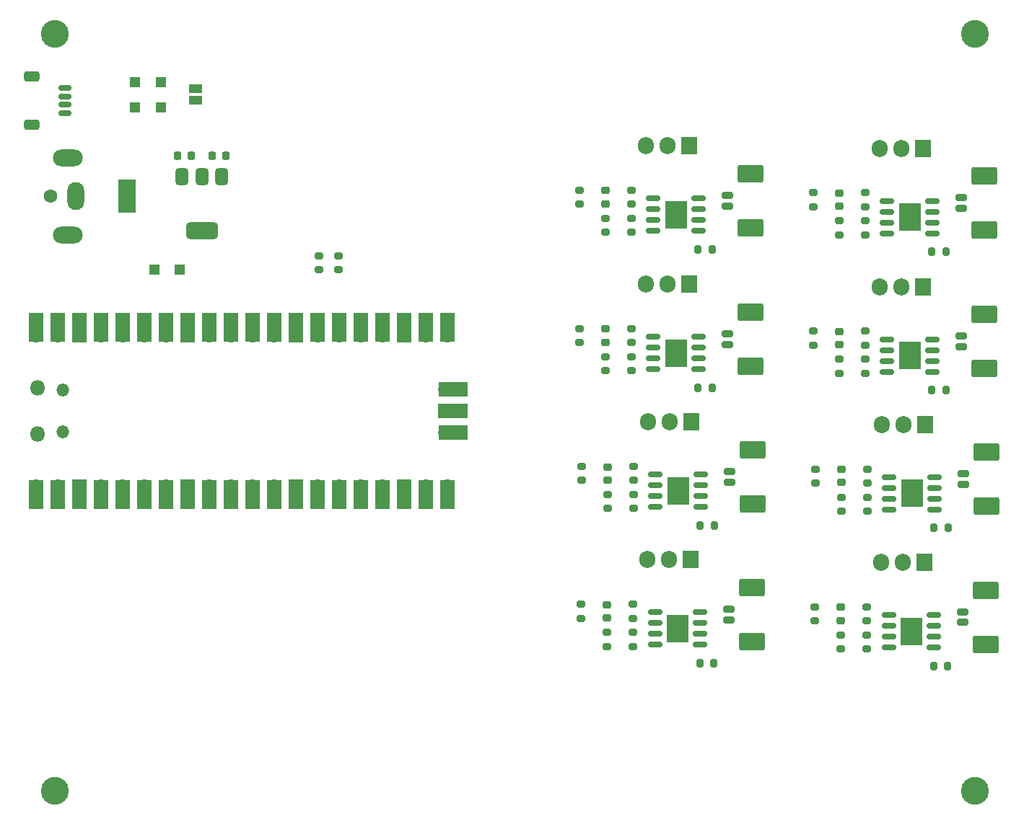
<source format=gts>
G04 #@! TF.GenerationSoftware,KiCad,Pcbnew,8.0.2-1*
G04 #@! TF.CreationDate,2024-09-04T16:21:55-07:00*
G04 #@! TF.ProjectId,laserBoxNew,6c617365-7242-46f7-984e-65772e6b6963,v01*
G04 #@! TF.SameCoordinates,Original*
G04 #@! TF.FileFunction,Soldermask,Top*
G04 #@! TF.FilePolarity,Negative*
%FSLAX46Y46*%
G04 Gerber Fmt 4.6, Leading zero omitted, Abs format (unit mm)*
G04 Created by KiCad (PCBNEW 8.0.2-1) date 2024-09-04 16:21:55*
%MOMM*%
%LPD*%
G01*
G04 APERTURE LIST*
G04 Aperture macros list*
%AMRoundRect*
0 Rectangle with rounded corners*
0 $1 Rounding radius*
0 $2 $3 $4 $5 $6 $7 $8 $9 X,Y pos of 4 corners*
0 Add a 4 corners polygon primitive as box body*
4,1,4,$2,$3,$4,$5,$6,$7,$8,$9,$2,$3,0*
0 Add four circle primitives for the rounded corners*
1,1,$1+$1,$2,$3*
1,1,$1+$1,$4,$5*
1,1,$1+$1,$6,$7*
1,1,$1+$1,$8,$9*
0 Add four rect primitives between the rounded corners*
20,1,$1+$1,$2,$3,$4,$5,0*
20,1,$1+$1,$4,$5,$6,$7,0*
20,1,$1+$1,$6,$7,$8,$9,0*
20,1,$1+$1,$8,$9,$2,$3,0*%
G04 Aperture macros list end*
%ADD10C,3.263900*%
%ADD11RoundRect,0.200000X-0.275000X0.200000X-0.275000X-0.200000X0.275000X-0.200000X0.275000X0.200000X0*%
%ADD12RoundRect,0.200000X0.275000X-0.200000X0.275000X0.200000X-0.275000X0.200000X-0.275000X-0.200000X0*%
%ADD13O,1.800000X1.800000*%
%ADD14O,1.500000X1.500000*%
%ADD15O,1.700000X1.700000*%
%ADD16R,1.700000X3.500000*%
%ADD17R,1.700000X1.700000*%
%ADD18R,3.500000X1.700000*%
%ADD19RoundRect,0.150000X-0.662500X-0.150000X0.662500X-0.150000X0.662500X0.150000X-0.662500X0.150000X0*%
%ADD20R,2.514000X3.200000*%
%ADD21RoundRect,0.225000X0.250000X-0.225000X0.250000X0.225000X-0.250000X0.225000X-0.250000X-0.225000X0*%
%ADD22RoundRect,0.200000X0.450000X-0.200000X0.450000X0.200000X-0.450000X0.200000X-0.450000X-0.200000X0*%
%ADD23RoundRect,0.250001X1.249999X-0.799999X1.249999X0.799999X-1.249999X0.799999X-1.249999X-0.799999X0*%
%ADD24R,1.905000X2.000000*%
%ADD25O,1.905000X2.000000*%
%ADD26RoundRect,0.200000X0.200000X0.275000X-0.200000X0.275000X-0.200000X-0.275000X0.200000X-0.275000X0*%
%ADD27R,1.250000X1.220000*%
%ADD28R,1.220000X1.250000*%
%ADD29RoundRect,0.225000X-0.225000X-0.250000X0.225000X-0.250000X0.225000X0.250000X-0.225000X0.250000X0*%
%ADD30RoundRect,0.150000X-0.625000X0.150000X-0.625000X-0.150000X0.625000X-0.150000X0.625000X0.150000X0*%
%ADD31RoundRect,0.250000X-0.650000X0.350000X-0.650000X-0.350000X0.650000X-0.350000X0.650000X0.350000X0*%
%ADD32RoundRect,0.375000X-0.375000X0.625000X-0.375000X-0.625000X0.375000X-0.625000X0.375000X0.625000X0*%
%ADD33RoundRect,0.500000X-1.400000X0.500000X-1.400000X-0.500000X1.400000X-0.500000X1.400000X0.500000X0*%
%ADD34R,1.500000X1.000000*%
%ADD35C,1.600000*%
%ADD36R,2.000000X4.000000*%
%ADD37O,2.000000X3.300000*%
%ADD38O,3.500000X2.000000*%
G04 APERTURE END LIST*
D10*
X82804000Y-37592000D03*
X82804000Y-126492000D03*
X190754000Y-126492000D03*
X190754000Y-37592000D03*
D11*
X178193500Y-92034500D03*
X178193500Y-93684500D03*
D12*
X174891500Y-77504500D03*
X174891500Y-75854500D03*
D11*
X150683000Y-107928000D03*
X150683000Y-109578000D03*
D13*
X80775000Y-84640000D03*
D14*
X83805000Y-84340000D03*
X83805000Y-79490000D03*
D13*
X80775000Y-79190000D03*
D15*
X80645000Y-90805000D03*
D16*
X80645000Y-91705000D03*
D15*
X83185000Y-90805000D03*
D16*
X83185000Y-91705000D03*
D17*
X85725000Y-90805000D03*
D16*
X85725000Y-91705000D03*
D15*
X88265000Y-90805000D03*
D16*
X88265000Y-91705000D03*
D15*
X90805000Y-90805000D03*
D16*
X90805000Y-91705000D03*
D15*
X93345000Y-90805000D03*
D16*
X93345000Y-91705000D03*
D15*
X95885000Y-90805000D03*
D16*
X95885000Y-91705000D03*
D17*
X98425000Y-90805000D03*
D16*
X98425000Y-91705000D03*
D15*
X100965000Y-90805000D03*
D16*
X100965000Y-91705000D03*
D15*
X103505000Y-90805000D03*
D16*
X103505000Y-91705000D03*
D15*
X106045000Y-90805000D03*
D16*
X106045000Y-91705000D03*
D15*
X108585000Y-90805000D03*
D16*
X108585000Y-91705000D03*
D17*
X111125000Y-90805000D03*
D16*
X111125000Y-91705000D03*
D15*
X113665000Y-90805000D03*
D16*
X113665000Y-91705000D03*
D15*
X116205000Y-90805000D03*
D16*
X116205000Y-91705000D03*
D15*
X118745000Y-90805000D03*
D16*
X118745000Y-91705000D03*
D15*
X121285000Y-90805000D03*
D16*
X121285000Y-91705000D03*
D17*
X123825000Y-90805000D03*
D16*
X123825000Y-91705000D03*
D15*
X126365000Y-90805000D03*
D16*
X126365000Y-91705000D03*
D15*
X128905000Y-90805000D03*
D16*
X128905000Y-91705000D03*
D15*
X128905000Y-73025000D03*
D16*
X128905000Y-72125000D03*
D15*
X126365000Y-73025000D03*
D16*
X126365000Y-72125000D03*
D17*
X123825000Y-73025000D03*
D16*
X123825000Y-72125000D03*
D15*
X121285000Y-73025000D03*
D16*
X121285000Y-72125000D03*
D15*
X118745000Y-73025000D03*
D16*
X118745000Y-72125000D03*
D15*
X116205000Y-73025000D03*
D16*
X116205000Y-72125000D03*
D15*
X113665000Y-73025000D03*
D16*
X113665000Y-72125000D03*
D17*
X111125000Y-73025000D03*
D16*
X111125000Y-72125000D03*
D15*
X108585000Y-73025000D03*
D16*
X108585000Y-72125000D03*
D15*
X106045000Y-73025000D03*
D16*
X106045000Y-72125000D03*
D15*
X103505000Y-73025000D03*
D16*
X103505000Y-72125000D03*
D15*
X100965000Y-73025000D03*
D16*
X100965000Y-72125000D03*
D17*
X98425000Y-73025000D03*
D16*
X98425000Y-72125000D03*
D15*
X95885000Y-73025000D03*
D16*
X95885000Y-72125000D03*
D15*
X93345000Y-73025000D03*
D16*
X93345000Y-72125000D03*
D15*
X90805000Y-73025000D03*
D16*
X90805000Y-72125000D03*
D15*
X88265000Y-73025000D03*
D16*
X88265000Y-72125000D03*
D17*
X85725000Y-73025000D03*
D16*
X85725000Y-72125000D03*
D15*
X83185000Y-73025000D03*
D16*
X83185000Y-72125000D03*
D15*
X80645000Y-73025000D03*
D16*
X80645000Y-72125000D03*
D15*
X128675000Y-84455000D03*
D18*
X129575000Y-84455000D03*
D17*
X128675000Y-81915000D03*
D18*
X129575000Y-81915000D03*
D15*
X128675000Y-79375000D03*
D18*
X129575000Y-79375000D03*
D12*
X147452000Y-60950000D03*
X147452000Y-59300000D03*
D19*
X180687000Y-105876500D03*
X180687000Y-107146500D03*
X180687000Y-108416500D03*
X180687000Y-109686500D03*
X185962000Y-109686500D03*
X185962000Y-108416500D03*
X185962000Y-107146500D03*
X185962000Y-105876500D03*
D20*
X183324500Y-107781500D03*
D11*
X144658000Y-88434000D03*
X144658000Y-90084000D03*
D21*
X175074500Y-106524500D03*
X175074500Y-104974500D03*
D22*
X189160000Y-74383500D03*
X189160000Y-73133500D03*
D23*
X191910000Y-76933500D03*
X191910000Y-70583500D03*
D24*
X184665500Y-51063500D03*
D25*
X182125500Y-51063500D03*
X179585500Y-51063500D03*
D11*
X172097500Y-88732500D03*
X172097500Y-90382500D03*
D12*
X178122500Y-106574500D03*
X178122500Y-104924500D03*
D24*
X184665500Y-67319500D03*
D25*
X182125500Y-67319500D03*
X179585500Y-67319500D03*
D12*
X175145500Y-93684500D03*
X175145500Y-92034500D03*
D11*
X144404000Y-72254000D03*
X144404000Y-73904000D03*
D21*
X174891500Y-74152500D03*
X174891500Y-72602500D03*
D26*
X187583500Y-111845500D03*
X185933500Y-111845500D03*
D24*
X157480000Y-83201000D03*
D25*
X154940000Y-83201000D03*
X152400000Y-83201000D03*
D11*
X150754000Y-91736000D03*
X150754000Y-93386000D03*
D27*
X94537000Y-65278000D03*
X97487000Y-65278000D03*
D19*
X180504000Y-57248500D03*
X180504000Y-58518500D03*
X180504000Y-59788500D03*
X180504000Y-61058500D03*
X185779000Y-61058500D03*
X185779000Y-59788500D03*
X185779000Y-58518500D03*
X185779000Y-57248500D03*
D20*
X183141500Y-59153500D03*
D19*
X153064500Y-56950000D03*
X153064500Y-58220000D03*
X153064500Y-59490000D03*
X153064500Y-60760000D03*
X158339500Y-60760000D03*
X158339500Y-59490000D03*
X158339500Y-58220000D03*
X158339500Y-56950000D03*
D20*
X155702000Y-58855000D03*
D24*
X184848500Y-99691500D03*
D25*
X182308500Y-99691500D03*
X179768500Y-99691500D03*
D12*
X150754000Y-90084000D03*
X150754000Y-88434000D03*
D28*
X95250000Y-43278000D03*
X95250000Y-46228000D03*
D29*
X101333000Y-51968000D03*
X102883000Y-51968000D03*
D26*
X187654500Y-95653500D03*
X186004500Y-95653500D03*
D11*
X113792000Y-63691000D03*
X113792000Y-65341000D03*
D12*
X147706000Y-93386000D03*
X147706000Y-91736000D03*
D29*
X97256000Y-51968000D03*
X98806000Y-51968000D03*
D24*
X184919500Y-83499500D03*
D25*
X182379500Y-83499500D03*
X179839500Y-83499500D03*
D19*
X153318500Y-89386000D03*
X153318500Y-90656000D03*
X153318500Y-91926000D03*
X153318500Y-93196000D03*
X158593500Y-93196000D03*
X158593500Y-91926000D03*
X158593500Y-90656000D03*
X158593500Y-89386000D03*
D20*
X155956000Y-91291000D03*
D12*
X175074500Y-109876500D03*
X175074500Y-108226500D03*
X174891500Y-61248500D03*
X174891500Y-59598500D03*
D30*
X84042000Y-43966000D03*
X84042000Y-44966000D03*
X84042000Y-45966000D03*
X84042000Y-46966000D03*
D31*
X80167000Y-42666000D03*
X80167000Y-48266000D03*
D21*
X147452000Y-57598000D03*
X147452000Y-56048000D03*
D11*
X144404000Y-55998000D03*
X144404000Y-57648000D03*
D28*
X92202000Y-43278000D03*
X92202000Y-46228000D03*
D19*
X180758000Y-89684500D03*
X180758000Y-90954500D03*
X180758000Y-92224500D03*
X180758000Y-93494500D03*
X186033000Y-93494500D03*
X186033000Y-92224500D03*
X186033000Y-90954500D03*
X186033000Y-89684500D03*
D20*
X183395500Y-91589500D03*
D21*
X147452000Y-73854000D03*
X147452000Y-72304000D03*
D26*
X187400500Y-79473500D03*
X185750500Y-79473500D03*
D12*
X178193500Y-90382500D03*
X178193500Y-88732500D03*
D11*
X150500000Y-59300000D03*
X150500000Y-60950000D03*
X171843500Y-72552500D03*
X171843500Y-74202500D03*
D19*
X153247500Y-105578000D03*
X153247500Y-106848000D03*
X153247500Y-108118000D03*
X153247500Y-109388000D03*
X158522500Y-109388000D03*
X158522500Y-108118000D03*
X158522500Y-106848000D03*
X158522500Y-105578000D03*
D20*
X155885000Y-107483000D03*
D12*
X150500000Y-73904000D03*
X150500000Y-72254000D03*
D26*
X159961000Y-62919000D03*
X158311000Y-62919000D03*
D12*
X147635000Y-109578000D03*
X147635000Y-107928000D03*
D21*
X147706000Y-90034000D03*
X147706000Y-88484000D03*
X175145500Y-90332500D03*
X175145500Y-88782500D03*
D22*
X189343000Y-106755500D03*
X189343000Y-105505500D03*
D23*
X192093000Y-109305500D03*
X192093000Y-102955500D03*
D26*
X160144000Y-111547000D03*
X158494000Y-111547000D03*
D12*
X177939500Y-74202500D03*
X177939500Y-72552500D03*
X150683000Y-106276000D03*
X150683000Y-104626000D03*
D11*
X177939500Y-59598500D03*
X177939500Y-61248500D03*
D26*
X187400500Y-63217500D03*
X185750500Y-63217500D03*
X159961000Y-79175000D03*
X158311000Y-79175000D03*
D32*
X102376000Y-54406000D03*
X100076000Y-54406000D03*
D33*
X100076000Y-60706000D03*
D32*
X97776000Y-54406000D03*
D21*
X174891500Y-57896500D03*
X174891500Y-56346500D03*
D12*
X147452000Y-77206000D03*
X147452000Y-75556000D03*
D34*
X99314000Y-44103000D03*
X99314000Y-45403000D03*
D22*
X161903500Y-106457000D03*
X161903500Y-105207000D03*
D23*
X164653500Y-109007000D03*
X164653500Y-102657000D03*
D22*
X189414000Y-90563500D03*
X189414000Y-89313500D03*
D23*
X192164000Y-93113500D03*
X192164000Y-86763500D03*
D22*
X161974500Y-90265000D03*
X161974500Y-89015000D03*
D23*
X164724500Y-92815000D03*
X164724500Y-86465000D03*
D22*
X189160000Y-58127500D03*
X189160000Y-56877500D03*
D23*
X191910000Y-60677500D03*
X191910000Y-54327500D03*
D24*
X157226000Y-67021000D03*
D25*
X154686000Y-67021000D03*
X152146000Y-67021000D03*
D11*
X144587000Y-104626000D03*
X144587000Y-106276000D03*
D24*
X157409000Y-99393000D03*
D25*
X154869000Y-99393000D03*
X152329000Y-99393000D03*
D19*
X153064500Y-73206000D03*
X153064500Y-74476000D03*
X153064500Y-75746000D03*
X153064500Y-77016000D03*
X158339500Y-77016000D03*
X158339500Y-75746000D03*
X158339500Y-74476000D03*
X158339500Y-73206000D03*
D20*
X155702000Y-75111000D03*
D11*
X178122500Y-108226500D03*
X178122500Y-109876500D03*
X150500000Y-75556000D03*
X150500000Y-77206000D03*
D21*
X147635000Y-106226000D03*
X147635000Y-104676000D03*
D19*
X180504000Y-73504500D03*
X180504000Y-74774500D03*
X180504000Y-76044500D03*
X180504000Y-77314500D03*
X185779000Y-77314500D03*
X185779000Y-76044500D03*
X185779000Y-74774500D03*
X185779000Y-73504500D03*
D20*
X183141500Y-75409500D03*
D24*
X157226000Y-50765000D03*
D25*
X154686000Y-50765000D03*
X152146000Y-50765000D03*
D26*
X160215000Y-95355000D03*
X158565000Y-95355000D03*
D12*
X150500000Y-57648000D03*
X150500000Y-55998000D03*
D35*
X82328000Y-56714000D03*
D36*
X91328000Y-56714000D03*
D37*
X85328000Y-56714000D03*
D38*
X84328000Y-52214000D03*
X84328000Y-61214000D03*
D22*
X161720500Y-74085000D03*
X161720500Y-72835000D03*
D23*
X164470500Y-76635000D03*
X164470500Y-70285000D03*
D11*
X116078000Y-63691000D03*
X116078000Y-65341000D03*
X172026500Y-104924500D03*
X172026500Y-106574500D03*
X171843500Y-56296500D03*
X171843500Y-57946500D03*
X177939500Y-75854500D03*
X177939500Y-77504500D03*
D22*
X161720500Y-57829000D03*
X161720500Y-56579000D03*
D23*
X164470500Y-60379000D03*
X164470500Y-54029000D03*
D12*
X177939500Y-57946500D03*
X177939500Y-56296500D03*
M02*

</source>
